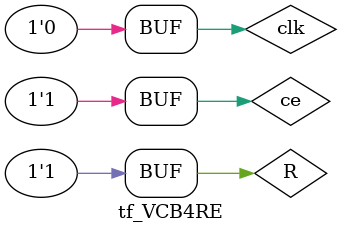
<source format=v>
`timescale 1ns / 1ps


module tf_VCB4RE;

	// Inputs
	reg clk;
	reg ce;
	reg R;

	// Outputs
	wire TC;
	wire CEO;
	wire [3:0] Q;

	// Instantiate the Unit Under Test (UUT)
	VCB4RE uut (
		.clk(clk), 
		.ce(ce), 
		.R(R), 
		.TC(TC), 
		.CEO(CEO), 
		.Q(Q)
	);

	parameter Tclk=20;
	always begin clk=1; #(Tclk/2); clk=0; #(Tclk/2); end
	
	initial begin
		clk = 0;
		ce = 1;
		// Initialize Inputs
		R = 0;
		#380; R = 1;
		#10; R = 0;
		#200; R = 1;

		// Wait 100 ns for global reset to finish
		#100;
        
		// Add stimulus here

	end
      
endmodule


</source>
